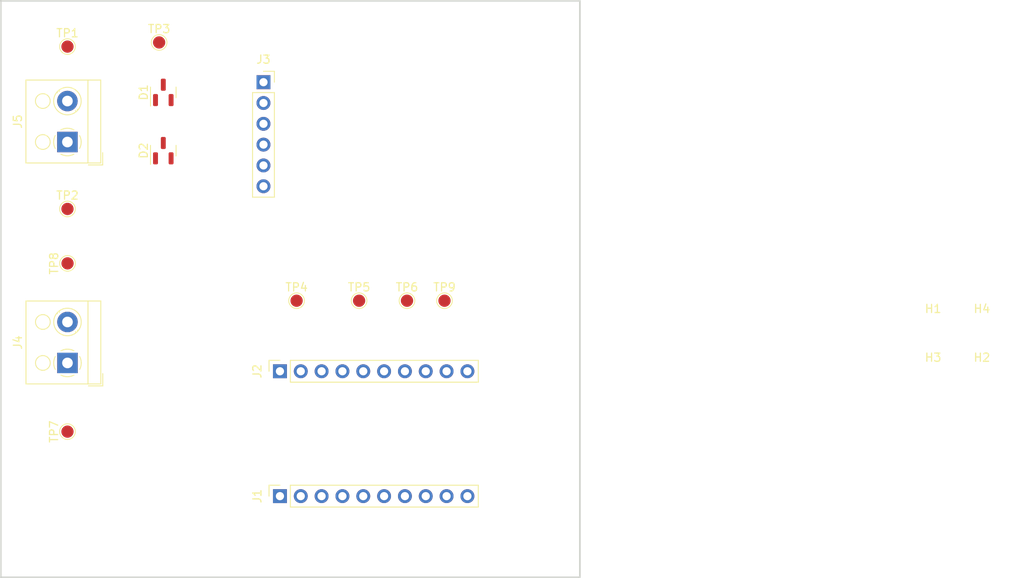
<source format=kicad_pcb>
(kicad_pcb (version 20211014) (generator pcbnew)
  (layers (0 "F.Cu" signal) (31 "B.Cu" power) (34 "B.Paste" user) (35 "F.Paste" user) (36 "B.SilkS" user "B.Silkscreen") (37 "F.SilkS" user "F.Silkscreen") (38 "B.Mask" user) (39 "F.Mask" user) (44 "Edge.Cuts" user))
  (net 0 "")
  (net 1 "GND")
  (net 2 "VBUS")
  (net 3 "Net-(D1-Pad3)")
  (net 4 "Net-(D2-Pad3)")
  (net 5 "0.13")
  (net 6 "0.15")
  (net 7 "0.17")
  (net 8 "0.20")
  (net 9 "0.22")
  (net 10 "0.24")
  (net 11 "1.00")
  (net 12 "0.09")
  (net 13 "0.10")
  (net 14 "3V3")
  (net 15 "0.31")
  (net 16 "0.29")
  (net 17 "0.02")
  (net 18 "1.15")
  (net 19 "1.13")
  (net 20 "1.10")
  (net 21 "INT")
  (net 22 "1V8")
  (footprint "Connector_PinSocket_2.54mm:PinSocket_1x10_P2.54mm_Vertical" (layer "F.Cu") (at 133.858 81.28 90)
    (fp_text reference "J1" (at 0 -2.77 90) (layer "F.SilkS"))
    (fp_text value "Conn_01x10_Female")
    (fp_line (start 1.33 -1.33) (end 1.33 0) (layer "F.SilkS") (width 0.12))
    (fp_line (start -1.33 24.19) (end 1.33 24.19) (layer "F.SilkS") (width 0.12))
    (fp_line (start 0 -1.33) (end 1.33 -1.33) (layer "F.SilkS") (width 0.12))
    (fp_line (start 1.33 1.27) (end 1.33 24.19) (layer "F.SilkS") (width 0.12))
    (fp_line (start -1.33 1.27) (end 1.33 1.27) (layer "F.SilkS") (width 0.12))
    (fp_line (start -1.33 1.27) (end -1.33 24.19) (layer "F.SilkS") (width 0.12))
    (pad "1" thru_hole rect (at 0 0 90) (size 1.7 1.7) (drill 1) (layers *.Cu *.Mask) (net 5 "0.13"))
    (pad "2" thru_hole oval (at 0 2.54 90) (size 1.7 1.7) (drill 1) (layers *.Cu *.Mask) (net 6 "0.15"))
    (pad "3" thru_hole oval (at 0 5.08 90) (size 1.7 1.7) (drill 1) (layers *.Cu *.Mask) (net 7 "0.17"))
    (pad "4" thru_hole oval (at 0 7.62 90) (size 1.7 1.7) (drill 1) (layers *.Cu *.Mask) (net 8 "0.20"))
    (pad "5" thru_hole oval (at 0 10.16 90) (size 1.7 1.7) (drill 1) (layers *.Cu *.Mask) (net 9 "0.22"))
    (pad "6" thru_hole oval (at 0 12.7 90) (size 1.7 1.7) (drill 1) (layers *.Cu *.Mask) (net 10 "0.24"))
    (pad "7" thru_hole oval (at 0 15.24 90) (size 1.7 1.7) (drill 1) (layers *.Cu *.Mask) (net 11 "1.00"))
    (pad "8" thru_hole oval (at 0 17.78 90) (size 1.7 1.7) (drill 1) (layers *.Cu *.Mask) (net 12 "0.09"))
    (pad "9" thru_hole oval (at 0 20.32 90) (size 1.7 1.7) (drill 1) (layers *.Cu *.Mask) (net 13 "0.10"))
    (pad "10" thru_hole oval (at 0 22.86 90) (size 1.7 1.7) (drill 1) (layers *.Cu *.Mask) (net 1 "GND"))
  )
  (footprint "Package_TO_SOT_SMD:SOT-23" (layer "F.Cu") (at 119.634 39.116 90)
    (fp_text reference "D2" (at 0 -2.4 90) (layer "F.SilkS"))
    (fp_text value "BAT54S")
    (fp_line (start 0 -1.56) (end -1.675 -1.56) (layer "F.SilkS") (width 0.12))
    (fp_line (start 0 1.56) (end 0.65 1.56) (layer "F.SilkS") (width 0.12))
    (fp_line (start 0 -1.56) (end 0.65 -1.56) (layer "F.SilkS") (width 0.12))
    (fp_line (start 0 1.56) (end -0.65 1.56) (layer "F.SilkS") (width 0.12))
    (pad "1" smd roundrect (at -0.9375 -0.95 90) (size 1.475 0.6) (layers "F.Cu" "F.Paste" "F.Mask") (net 1 "GND"))
    (pad "2" smd roundrect (at -0.9375 0.95 90) (size 1.475 0.6) (layers "F.Cu" "F.Paste" "F.Mask") (net 2 "VBUS"))
    (pad "3" smd roundrect (at 0.9375 0 90) (size 1.475 0.6) (layers "F.Cu" "F.Paste" "F.Mask") (net 4 "Net-(D2-Pad3)"))
  )
  (footprint "MountingHole:MountingHole_2.2mm_M2" (layer "F.Cu") (at 219.456 61.614)
    (fp_text reference "H4" (at 0 -3.2) (layer "F.SilkS"))
    (fp_text value "MountingHole")
    (pad "" np_thru_hole circle (at 0 0) (size 2.2 2.2) (drill 2.2) (layers *.Cu *.Mask))
  )
  (footprint "TestPoint:TestPoint_Pad_D1.5mm" (layer "F.Cu") (at 153.924 57.429)
    (fp_text reference "TP9" (at 0 -1.648) (layer "F.SilkS"))
    (fp_text value "GND")
    (fp_circle (center 0 0) (end 0 0.95) (layer "F.SilkS") (width 0.12) (fill none))
    (pad "1" smd circle (at 0 0) (size 1.5 1.5) (layers "F.Cu" "F.Mask") (net 1 "GND"))
  )
  (footprint "Connector_PinSocket_2.54mm:PinSocket_1x10_P2.54mm_Vertical" (layer "F.Cu") (at 133.858 66.04 90)
    (fp_text reference "J2" (at 0 -2.77 90) (layer "F.SilkS"))
    (fp_text value "Conn_01x10_Female")
    (fp_line (start 1.33 -1.33) (end 1.33 0) (layer "F.SilkS") (width 0.12))
    (fp_line (start 1.33 1.27) (end 1.33 24.19) (layer "F.SilkS") (width 0.12))
    (fp_line (start 0 -1.33) (end 1.33 -1.33) (layer "F.SilkS") (width 0.12))
    (fp_line (start -1.33 1.27) (end 1.33 1.27) (layer "F.SilkS") (width 0.12))
    (fp_line (start -1.33 1.27) (end -1.33 24.19) (layer "F.SilkS") (width 0.12))
    (fp_line (start -1.33 24.19) (end 1.33 24.19) (layer "F.SilkS") (width 0.12))
    (pad "1" thru_hole rect (at 0 0 90) (size 1.7 1.7) (drill 1) (layers *.Cu *.Mask) (net 2 "VBUS"))
    (pad "2" thru_hole oval (at 0 2.54 90) (size 1.7 1.7) (drill 1) (layers *.Cu *.Mask) (net 14 "3V3"))
    (pad "3" thru_hole oval (at 0 5.08 90) (size 1.7 1.7) (drill 1) (layers *.Cu *.Mask) (net 1 "GND"))
    (pad "4" thru_hole oval (at 0 7.62 90) (size 1.7 1.7) (drill 1) (layers *.Cu *.Mask) (net 15 "0.31"))
    (pad "5" thru_hole oval (at 0 10.16 90) (size 1.7 1.7) (drill 1) (layers *.Cu *.Mask) (net 16 "0.29"))
    (pad "6" thru_hole oval (at 0 12.7 90) (size 1.7 1.7) (drill 1) (layers *.Cu *.Mask) (net 17 "0.02"))
    (pad "7" thru_hole oval (at 0 15.24 90) (size 1.7 1.7) (drill 1) (layers *.Cu *.Mask) (net 18 "1.15"))
    (pad "8" thru_hole oval (at 0 17.78 90) (size 1.7 1.7) (drill 1) (layers *.Cu *.Mask) (net 19 "1.13"))
    (pad "9" thru_hole oval (at 0 20.32 90) (size 1.7 1.7) (drill 1) (layers *.Cu *.Mask) (net 20 "1.10"))
    (pad "10" thru_hole oval (at 0 22.86 90) (size 1.7 1.7) (drill 1) (layers *.Cu *.Mask) (net 1 "GND"))
  )
  (footprint "TestPoint:TestPoint_Pad_D1.5mm" (layer "F.Cu") (at 107.95 73.406 90)
    (fp_text reference "TP7" (at 0 -1.648 90) (layer "F.SilkS"))
    (fp_text value "GND")
    (fp_circle (center 0 0) (end 0 0.95) (layer "F.SilkS") (width 0.12) (fill none))
    (pad "1" smd circle (at 0 0 90) (size 1.5 1.5) (layers "F.Cu" "F.Mask") (net 1 "GND"))
  )
  (footprint "TestPoint:TestPoint_Pad_D1.5mm" (layer "F.Cu") (at 107.95 46.228)
    (fp_text reference "TP2" (at 0 -1.648) (layer "F.SilkS"))
    (fp_text value "VEH_2")
    (fp_circle (center 0 0) (end 0 0.95) (layer "F.SilkS") (width 0.12) (fill none))
    (pad "1" smd circle (at 0 0) (size 1.5 1.5) (layers "F.Cu" "F.Mask") (net 4 "Net-(D2-Pad3)"))
  )
  (footprint "TerminalBlock_RND:TerminalBlock_RND_205-00001_1x02_P5.00mm_Horizontal" (layer "F.Cu") (at 107.95 65.024 90)
    (fp_text reference "J4" (at 2.5 -6.06 90) (layer "F.SilkS"))
    (fp_text value "Screw_Terminal_01x02")
    (fp_line (start 6.07 -1.275) (end 6.011 -1.216) (layer "F.SilkS") (width 0.12))
    (fp_line (start 3.99 1.216) (end 3.931 1.274) (layer "F.SilkS") (width 0.12))
    (fp_line (start 7.56 -5.06) (end 7.56 4.06) (layer "F.SilkS") (width 0.12))
    (fp_line (start 3.82 0.976) (end 3.726 1.069) (layer "F.SilkS") (width 0.12))
    (fp_line (start 6.275 -1.069) (end 6.181 -0.976) (layer "F.SilkS") (width 0.12))
    (fp_line (start -2.56 4.06) (end 7.56 4.06) (layer "F.SilkS") (width 0.12))
    (fp_line (start -2.56 -5.06) (end 7.56 -5.06) (layer "F.SilkS") (width 0.12))
    (fp_line (start -2.8 2.56) (end -2.8 4.3) (layer "F.SilkS") (width 0.12))
    (fp_line (start -2.8 4.3) (end -1.3 4.3) (layer "F.SilkS") (width 0.12))
    (fp_line (start -2.56 -5.06) (end -2.56 4.06) (layer "F.SilkS") (width 0.12))
    (fp_line (start -2.56 2.5) (end 7.56 2.5) (layer "F.SilkS") (width 0.12))
    (fp_arc (start -0.789089 -1.483953) (mid -0.00005 -1.680708) (end 0.789 -1.484) (layer "F.SilkS") (width 0.12))
    (fp_arc (start 0.029383 1.68045) (mid -0.392304 1.634281) (end -0.789 1.484) (layer "F.SilkS") (width 0.12))
    (fp_arc (start 0.788712 1.483352) (mid 0.406429 1.630097) (end 0 1.68) (layer "F.SilkS") (width 0.12))
    (fp_arc (start -1.483953 0.789089) (mid -1.680708 0.00005) (end -1.484 -0.789) (layer "F.SilkS") (width 0.12))
    (fp_arc (start 1.483953 -0.789089) (mid 1.680708 -0.00005) (end 1.484 0.789) (layer "F.SilkS") (width 0.12))
    (fp_circle (center 5 0) (end 6.68 0) (layer "F.SilkS") (width 0.12) (fill none))
    (fp_circle (center 5 -3) (end 5.9 -3) (layer "F.SilkS") (width 0.12) (fill none))
    (fp_circle (center 0 -3) (end 0.9 -3) (layer "F.SilkS") (width 0.12) (fill none))
    (pad "1" thru_hole rect (at 0 0 90) (size 2.5 2.5) (drill 1.3) (layers *.Cu *.Mask) (net 1 "GND"))
    (pad "2" thru_hole circle (at 5 0 90) (size 2.5 2.5) (drill 1.3) (layers *.Cu *.Mask) (net 2 "VBUS"))
  )
  (footprint "TestPoint:TestPoint_Pad_D1.5mm" (layer "F.Cu") (at 107.95 26.416)
    (fp_text reference "TP1" (at 0 -1.648) (layer "F.SilkS"))
    (fp_text value "VEH_1")
    (fp_circle (center 0 0) (end 0 0.95) (layer "F.SilkS") (width 0.12) (fill none))
    (pad "1" smd circle (at 0 0) (size 1.5 1.5) (layers "F.Cu" "F.Mask") (net 3 "Net-(D1-Pad3)"))
  )
  (footprint "MountingHole:MountingHole_2.2mm_M2" (layer "F.Cu") (at 219.456 67.564)
    (fp_text reference "H2" (at 0 -3.2) (layer "F.SilkS"))
    (fp_text value "MountingHole")
    (pad "" np_thru_hole circle (at 0 0) (size 2.2 2.2) (drill 2.2) (layers *.Cu *.Mask))
  )
  (footprint "Connector_PinSocket_2.54mm:PinSocket_1x06_P2.54mm_Vertical" (layer "F.Cu") (at 131.851 30.759)
    (fp_text reference "J3" (at 0 -2.77) (layer "F.SilkS"))
    (fp_text value "Conn_01x06_Female")
    (fp_line (start 1.33 1.27) (end 1.33 14.03) (layer "F.SilkS") (width 0.12))
    (fp_line (start 0 -1.33) (end 1.33 -1.33) (layer "F.SilkS") (width 0.12))
    (fp_line (start -1.33 14.03) (end 1.33 14.03) (layer "F.SilkS") (width 0.12))
    (fp_line (start 1.33 -1.33) (end 1.33 0) (layer "F.SilkS") (width 0.12))
    (fp_line (start -1.33 1.27) (end 1.33 1.27) (layer "F.SilkS") (width 0.12))
    (fp_line (start -1.33 1.27) (end -1.33 14.03) (layer "F.SilkS") (width 0.12))
    (pad "1" thru_hole rect (at 0 0) (size 1.7 1.7) (drill 1) (layers *.Cu *.Mask) (net 1 "GND"))
    (pad "2" thru_hole oval (at 0 2.54) (size 1.7 1.7) (drill 1) (layers *.Cu *.Mask) (net 14 "3V3"))
    (pad "3" thru_hole oval (at 0 5.08) (size 1.7 1.7) (drill 1) (layers *.Cu *.Mask) (net 18 "1.15"))
    (pad "4" thru_hole oval (at 0 7.62) (size 1.7 1.7) (drill 1) (layers *.Cu *.Mask) (net 19 "1.13"))
    (pad "5" thru_hole oval (at 0 10.16) (size 1.7 1.7) (drill 1) (layers *.Cu *.Mask) (net 21 "INT"))
    (pad "6" thru_hole oval (at 0 12.7) (size 1.7 1.7) (drill 1) (layers *.Cu *.Mask) (net 22 "1V8"))
  )
  (footprint "TestPoint:TestPoint_Pad_D1.5mm" (layer "F.Cu") (at 143.51 57.429)
    (fp_text reference "TP5" (at 0 -1.648) (layer "F.SilkS"))
    (fp_text value "1.15")
    (fp_circle (center 0 0) (end 0 0.95) (layer "F.SilkS") (width 0.12) (fill none))
    (pad "1" smd circle (at 0 0) (size 1.5 1.5) (layers "F.Cu" "F.Mask") (net 18 "1.15"))
  )
  (footprint "TestPoint:TestPoint_Pad_D1.5mm" (layer "F.Cu") (at 135.89 57.429)
    (fp_text reference "TP4" (at 0 -1.648) (layer "F.SilkS"))
    (fp_text value "VDDOUT")
    (fp_circle (center 0 0) (end 0 0.95) (layer "F.SilkS") (width 0.12) (fill none))
    (pad "1" smd circle (at 0 0) (size 1.5 1.5) (layers "F.Cu" "F.Mask") (net 14 "3V3"))
  )
  (footprint "MountingHole:MountingHole_2.2mm_M2" (layer "F.Cu") (at 213.506 67.564)
    (fp_text reference "H3" (at 0 -3.2) (layer "F.SilkS"))
    (fp_text value "MountingHole")
    (pad "" np_thru_hole circle (at 0 0) (size 2.2 2.2) (drill 2.2) (layers *.Cu *.Mask))
  )
  (footprint "TestPoint:TestPoint_Pad_D1.5mm" (layer "F.Cu") (at 119.126 25.908)
    (fp_text reference "TP3" (at 0 -1.648) (layer "F.SilkS"))
    (fp_text value "VEH_OUT")
    (fp_circle (center 0 0) (end 0 0.95) (layer "F.SilkS") (width 0.12) (fill none))
    (pad "1" smd circle (at 0 0) (size 1.5 1.5) (layers "F.Cu" "F.Mask") (net 2 "VBUS"))
  )
  (footprint "TestPoint:TestPoint_Pad_D1.5mm" (layer "F.Cu") (at 149.352 57.429)
    (fp_text reference "TP6" (at 0 -1.648) (layer "F.SilkS"))
    (fp_text value "1.13")
    (fp_circle (center 0 0) (end 0 0.95) (layer "F.SilkS") (width 0.12) (fill none))
    (pad "1" smd circle (at 0 0) (size 1.5 1.5) (layers "F.Cu" "F.Mask") (net 19 "1.13"))
  )
  (footprint "MountingHole:MountingHole_2.2mm_M2" (layer "F.Cu") (at 213.506 61.614)
    (fp_text reference "H1" (at 0 -3.2) (layer "F.SilkS"))
    (fp_text value "MountingHole")
    (pad "" np_thru_hole circle (at 0 0) (size 2.2 2.2) (drill 2.2) (layers *.Cu *.Mask))
  )
  (footprint "Package_TO_SOT_SMD:SOT-23" (layer "F.Cu") (at 119.634 32.004 90)
    (fp_text reference "D1" (at 0 -2.4 90) (layer "F.SilkS"))
    (fp_text value "BAT54S")
    (fp_line (start 0 1.56) (end 0.65 1.56) (layer "F.SilkS") (width 0.12))
    (fp_line (start 0 -1.56) (end -1.675 -1.56) (layer "F.SilkS") (width 0.12))
    (fp_line (start 0 -1.56) (end 0.65 -1.56) (layer "F.SilkS") (width 0.12))
    (fp_line (start 0 1.56) (end -0.65 1.56) (layer "F.SilkS") (width 0.12))
    (pad "1" smd roundrect (at -0.9375 -0.95 90) (size 1.475 0.6) (layers "F.Cu" "F.Paste" "F.Mask") (net 1 "GND"))
    (pad "2" smd roundrect (at -0.9375 0.95 90) (size 1.475 0.6) (layers "F.Cu" "F.Paste" "F.Mask") (net 2 "VBUS"))
    (pad "3" smd roundrect (at 0.9375 0 90) (size 1.475 0.6) (layers "F.Cu" "F.Paste" "F.Mask") (net 3 "Net-(D1-Pad3)"))
  )
  (footprint "TerminalBlock_RND:TerminalBlock_RND_205-00001_1x02_P5.00mm_Horizontal" (layer "F.Cu") (at 107.942 38.06 90)
    (fp_text reference "J5" (at 2.5 -6.06 90) (layer "F.SilkS"))
    (fp_text value "Screw_Terminal_01x02")
    (fp_line (start -2.8 4.3) (end -1.3 4.3) (layer "F.SilkS") (width 0.12))
    (fp_line (start -2.56 2.5) (end 7.56 2.5) (layer "F.SilkS") (width 0.12))
    (fp_line (start 7.56 -5.06) (end 7.56 4.06) (layer "F.SilkS") (width 0.12))
    (fp_line (start 3.82 0.976) (end 3.726 1.069) (layer "F.SilkS") (width 0.12))
    (fp_line (start 6.275 -1.069) (end 6.181 -0.976) (layer "F.SilkS") (width 0.12))
    (fp_line (start -2.56 4.06) (end 7.56 4.06) (layer "F.SilkS") (width 0.12))
    (fp_line (start -2.56 -5.06) (end 7.56 -5.06) (layer "F.SilkS") (width 0.12))
    (fp_line (start 3.99 1.216) (end 3.931 1.274) (layer "F.SilkS") (width 0.12))
    (fp_line (start -2.8 2.56) (end -2.8 4.3) (layer "F.SilkS") (width 0.12))
    (fp_line (start -2.56 -5.06) (end -2.56 4.06) (layer "F.SilkS") (width 0.12))
    (fp_line (start 6.07 -1.275) (end 6.011 -1.216) (layer "F.SilkS") (width 0.12))
    (fp_arc (start 0.788712 1.483352) (mid 0.406429 1.630097) (end 0 1.68) (layer "F.SilkS") (width 0.12))
    (fp_arc (start 1.483953 -0.789089) (mid 1.680708 -0.00005) (end 1.484 0.789) (layer "F.SilkS") (width 0.12))
    (fp_arc (start 0.029383 1.68045) (mid -0.392304 1.634281) (end -0.789 1.484) (layer "F.SilkS") (width 0.12))
    (fp_arc (start -0.789089 -1.483953) (mid -0.00005 -1.680708) (end 0.789 -1.484) (layer "F.SilkS") (width 0.12))
    (fp_arc (start -1.483953 0.789089) (mid -1.680708 0.00005) (end -1.484 -0.789) (layer "F.SilkS") (width 0.12))
    (fp_circle (center 5 -3) (end 5.9 -3) (layer "F.SilkS") (width 0.12) (fill none))
    (fp_circle (center 0 -3) (end 0.9 -3) (layer "F.SilkS") (width 0.12) (fill none))
    (fp_circle (center 5 0) (end 6.68 0) (layer "F.SilkS") (width 0.12) (fill none))
    (pad "1" thru_hole rect (at 0 0 90) (size 2.5 2.5) (drill 1.3) (layers *.Cu *.Mask) (net 4 "Net-(D2-Pad3)"))
    (pad "2" thru_hole circle (at 5 0 90) (size 2.5 2.5) (drill 1.3) (layers *.Cu *.Mask) (net 3 "Net-(D1-Pad3)"))
  )
  (footprint "TestPoint:TestPoint_Pad_D1.5mm" (layer "F.Cu") (at 107.958 52.872 90)
    (fp_text reference "TP8" (at 0 -1.648 90) (layer "F.SilkS"))
    (fp_text value "C+")
    (fp_circle (center 0 0) (end 0 0.95) (layer "F.SilkS") (width 0.12) (fill none))
    (pad "1" smd circle (at 0 0 90) (size 1.5 1.5) (layers "F.Cu" "F.Mask") (net 2 "VBUS"))
  )
  (gr_rect (start 99.822 20.828) (end 170.434 91.186) (layer "Edge.Cuts") (width 0.2) (fill none))
)
</source>
